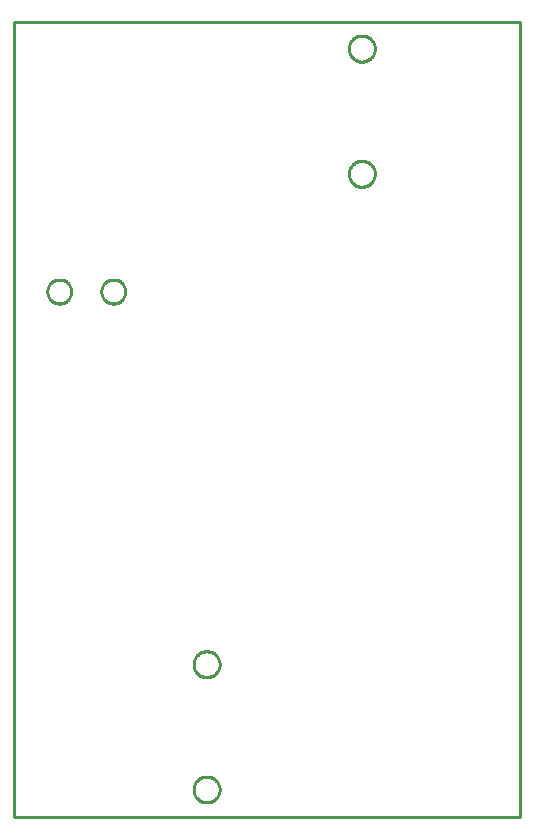
<source format=gbr>
G04 EAGLE Gerber RS-274X export*
G75*
%MOMM*%
%FSLAX34Y34*%
%LPD*%
%IN*%
%IPPOS*%
%AMOC8*
5,1,8,0,0,1.08239X$1,22.5*%
G01*
%ADD10C,0.254000*%


D10*
X0Y0D02*
X428500Y0D01*
X428500Y673000D01*
X0Y673000D01*
X0Y0D01*
X173900Y128468D02*
X173832Y127606D01*
X173697Y126752D01*
X173495Y125912D01*
X173228Y125090D01*
X172897Y124291D01*
X172505Y123521D01*
X172053Y122784D01*
X171545Y122085D01*
X170984Y121427D01*
X170373Y120816D01*
X169715Y120255D01*
X169016Y119747D01*
X168279Y119295D01*
X167509Y118903D01*
X166710Y118572D01*
X165888Y118305D01*
X165048Y118103D01*
X164194Y117968D01*
X163332Y117900D01*
X162468Y117900D01*
X161606Y117968D01*
X160752Y118103D01*
X159912Y118305D01*
X159090Y118572D01*
X158291Y118903D01*
X157521Y119295D01*
X156784Y119747D01*
X156085Y120255D01*
X155427Y120816D01*
X154816Y121427D01*
X154255Y122085D01*
X153747Y122784D01*
X153295Y123521D01*
X152903Y124291D01*
X152572Y125090D01*
X152305Y125912D01*
X152103Y126752D01*
X151968Y127606D01*
X151900Y128468D01*
X151900Y129332D01*
X151968Y130194D01*
X152103Y131048D01*
X152305Y131888D01*
X152572Y132710D01*
X152903Y133509D01*
X153295Y134279D01*
X153747Y135016D01*
X154255Y135715D01*
X154816Y136373D01*
X155427Y136984D01*
X156085Y137545D01*
X156784Y138053D01*
X157521Y138505D01*
X158291Y138897D01*
X159090Y139228D01*
X159912Y139495D01*
X160752Y139697D01*
X161606Y139832D01*
X162468Y139900D01*
X163332Y139900D01*
X164194Y139832D01*
X165048Y139697D01*
X165888Y139495D01*
X166710Y139228D01*
X167509Y138897D01*
X168279Y138505D01*
X169016Y138053D01*
X169715Y137545D01*
X170373Y136984D01*
X170984Y136373D01*
X171545Y135715D01*
X172053Y135016D01*
X172505Y134279D01*
X172897Y133509D01*
X173228Y132710D01*
X173495Y131888D01*
X173697Y131048D01*
X173832Y130194D01*
X173900Y129332D01*
X173900Y128468D01*
X173900Y22468D02*
X173832Y21606D01*
X173697Y20752D01*
X173495Y19912D01*
X173228Y19090D01*
X172897Y18291D01*
X172505Y17521D01*
X172053Y16784D01*
X171545Y16085D01*
X170984Y15427D01*
X170373Y14816D01*
X169715Y14255D01*
X169016Y13747D01*
X168279Y13295D01*
X167509Y12903D01*
X166710Y12572D01*
X165888Y12305D01*
X165048Y12103D01*
X164194Y11968D01*
X163332Y11900D01*
X162468Y11900D01*
X161606Y11968D01*
X160752Y12103D01*
X159912Y12305D01*
X159090Y12572D01*
X158291Y12903D01*
X157521Y13295D01*
X156784Y13747D01*
X156085Y14255D01*
X155427Y14816D01*
X154816Y15427D01*
X154255Y16085D01*
X153747Y16784D01*
X153295Y17521D01*
X152903Y18291D01*
X152572Y19090D01*
X152305Y19912D01*
X152103Y20752D01*
X151968Y21606D01*
X151900Y22468D01*
X151900Y23332D01*
X151968Y24194D01*
X152103Y25048D01*
X152305Y25888D01*
X152572Y26710D01*
X152903Y27509D01*
X153295Y28279D01*
X153747Y29016D01*
X154255Y29715D01*
X154816Y30373D01*
X155427Y30984D01*
X156085Y31545D01*
X156784Y32053D01*
X157521Y32505D01*
X158291Y32897D01*
X159090Y33228D01*
X159912Y33495D01*
X160752Y33697D01*
X161606Y33832D01*
X162468Y33900D01*
X163332Y33900D01*
X164194Y33832D01*
X165048Y33697D01*
X165888Y33495D01*
X166710Y33228D01*
X167509Y32897D01*
X168279Y32505D01*
X169016Y32053D01*
X169715Y31545D01*
X170373Y30984D01*
X170984Y30373D01*
X171545Y29715D01*
X172053Y29016D01*
X172505Y28279D01*
X172897Y27509D01*
X173228Y26710D01*
X173495Y25888D01*
X173697Y25048D01*
X173832Y24194D01*
X173900Y23332D01*
X173900Y22468D01*
X283300Y544632D02*
X283368Y545494D01*
X283503Y546348D01*
X283705Y547188D01*
X283972Y548010D01*
X284303Y548809D01*
X284695Y549579D01*
X285147Y550316D01*
X285655Y551015D01*
X286216Y551673D01*
X286827Y552284D01*
X287485Y552845D01*
X288184Y553353D01*
X288921Y553805D01*
X289691Y554197D01*
X290490Y554528D01*
X291312Y554795D01*
X292152Y554997D01*
X293006Y555132D01*
X293868Y555200D01*
X294732Y555200D01*
X295594Y555132D01*
X296448Y554997D01*
X297288Y554795D01*
X298110Y554528D01*
X298909Y554197D01*
X299679Y553805D01*
X300416Y553353D01*
X301115Y552845D01*
X301773Y552284D01*
X302384Y551673D01*
X302945Y551015D01*
X303453Y550316D01*
X303905Y549579D01*
X304297Y548809D01*
X304628Y548010D01*
X304895Y547188D01*
X305097Y546348D01*
X305232Y545494D01*
X305300Y544632D01*
X305300Y543768D01*
X305232Y542906D01*
X305097Y542052D01*
X304895Y541212D01*
X304628Y540390D01*
X304297Y539591D01*
X303905Y538821D01*
X303453Y538084D01*
X302945Y537385D01*
X302384Y536727D01*
X301773Y536116D01*
X301115Y535555D01*
X300416Y535047D01*
X299679Y534595D01*
X298909Y534203D01*
X298110Y533872D01*
X297288Y533605D01*
X296448Y533403D01*
X295594Y533268D01*
X294732Y533200D01*
X293868Y533200D01*
X293006Y533268D01*
X292152Y533403D01*
X291312Y533605D01*
X290490Y533872D01*
X289691Y534203D01*
X288921Y534595D01*
X288184Y535047D01*
X287485Y535555D01*
X286827Y536116D01*
X286216Y536727D01*
X285655Y537385D01*
X285147Y538084D01*
X284695Y538821D01*
X284303Y539591D01*
X283972Y540390D01*
X283705Y541212D01*
X283503Y542052D01*
X283368Y542906D01*
X283300Y543768D01*
X283300Y544632D01*
X283300Y650632D02*
X283368Y651494D01*
X283503Y652348D01*
X283705Y653188D01*
X283972Y654010D01*
X284303Y654809D01*
X284695Y655579D01*
X285147Y656316D01*
X285655Y657015D01*
X286216Y657673D01*
X286827Y658284D01*
X287485Y658845D01*
X288184Y659353D01*
X288921Y659805D01*
X289691Y660197D01*
X290490Y660528D01*
X291312Y660795D01*
X292152Y660997D01*
X293006Y661132D01*
X293868Y661200D01*
X294732Y661200D01*
X295594Y661132D01*
X296448Y660997D01*
X297288Y660795D01*
X298110Y660528D01*
X298909Y660197D01*
X299679Y659805D01*
X300416Y659353D01*
X301115Y658845D01*
X301773Y658284D01*
X302384Y657673D01*
X302945Y657015D01*
X303453Y656316D01*
X303905Y655579D01*
X304297Y654809D01*
X304628Y654010D01*
X304895Y653188D01*
X305097Y652348D01*
X305232Y651494D01*
X305300Y650632D01*
X305300Y649768D01*
X305232Y648906D01*
X305097Y648052D01*
X304895Y647212D01*
X304628Y646390D01*
X304297Y645591D01*
X303905Y644821D01*
X303453Y644084D01*
X302945Y643385D01*
X302384Y642727D01*
X301773Y642116D01*
X301115Y641555D01*
X300416Y641047D01*
X299679Y640595D01*
X298909Y640203D01*
X298110Y639872D01*
X297288Y639605D01*
X296448Y639403D01*
X295594Y639268D01*
X294732Y639200D01*
X293868Y639200D01*
X293006Y639268D01*
X292152Y639403D01*
X291312Y639605D01*
X290490Y639872D01*
X289691Y640203D01*
X288921Y640595D01*
X288184Y641047D01*
X287485Y641555D01*
X286827Y642116D01*
X286216Y642727D01*
X285655Y643385D01*
X285147Y644084D01*
X284695Y644821D01*
X284303Y645591D01*
X283972Y646390D01*
X283705Y647212D01*
X283503Y648052D01*
X283368Y648906D01*
X283300Y649768D01*
X283300Y650632D01*
X48260Y444056D02*
X48183Y443173D01*
X48029Y442299D01*
X47799Y441442D01*
X47496Y440608D01*
X47121Y439804D01*
X46677Y439036D01*
X46168Y438309D01*
X45598Y437629D01*
X44971Y437002D01*
X44291Y436432D01*
X43564Y435923D01*
X42796Y435479D01*
X41992Y435104D01*
X41158Y434801D01*
X40301Y434571D01*
X39427Y434417D01*
X38544Y434340D01*
X37656Y434340D01*
X36773Y434417D01*
X35899Y434571D01*
X35042Y434801D01*
X34208Y435104D01*
X33404Y435479D01*
X32636Y435923D01*
X31909Y436432D01*
X31229Y437002D01*
X30602Y437629D01*
X30032Y438309D01*
X29523Y439036D01*
X29079Y439804D01*
X28704Y440608D01*
X28401Y441442D01*
X28171Y442299D01*
X28017Y443173D01*
X27940Y444056D01*
X27940Y444944D01*
X28017Y445827D01*
X28171Y446701D01*
X28401Y447558D01*
X28704Y448392D01*
X29079Y449196D01*
X29523Y449964D01*
X30032Y450691D01*
X30602Y451371D01*
X31229Y451998D01*
X31909Y452568D01*
X32636Y453077D01*
X33404Y453521D01*
X34208Y453896D01*
X35042Y454199D01*
X35899Y454429D01*
X36773Y454583D01*
X37656Y454660D01*
X38544Y454660D01*
X39427Y454583D01*
X40301Y454429D01*
X41158Y454199D01*
X41992Y453896D01*
X42796Y453521D01*
X43564Y453077D01*
X44291Y452568D01*
X44971Y451998D01*
X45598Y451371D01*
X46168Y450691D01*
X46677Y449964D01*
X47121Y449196D01*
X47496Y448392D01*
X47799Y447558D01*
X48029Y446701D01*
X48183Y445827D01*
X48260Y444944D01*
X48260Y444056D01*
X93980Y444056D02*
X93903Y443173D01*
X93749Y442299D01*
X93519Y441442D01*
X93216Y440608D01*
X92841Y439804D01*
X92397Y439036D01*
X91888Y438309D01*
X91318Y437629D01*
X90691Y437002D01*
X90011Y436432D01*
X89284Y435923D01*
X88516Y435479D01*
X87712Y435104D01*
X86878Y434801D01*
X86021Y434571D01*
X85147Y434417D01*
X84264Y434340D01*
X83376Y434340D01*
X82493Y434417D01*
X81619Y434571D01*
X80762Y434801D01*
X79928Y435104D01*
X79124Y435479D01*
X78356Y435923D01*
X77629Y436432D01*
X76949Y437002D01*
X76322Y437629D01*
X75752Y438309D01*
X75243Y439036D01*
X74799Y439804D01*
X74424Y440608D01*
X74121Y441442D01*
X73891Y442299D01*
X73737Y443173D01*
X73660Y444056D01*
X73660Y444944D01*
X73737Y445827D01*
X73891Y446701D01*
X74121Y447558D01*
X74424Y448392D01*
X74799Y449196D01*
X75243Y449964D01*
X75752Y450691D01*
X76322Y451371D01*
X76949Y451998D01*
X77629Y452568D01*
X78356Y453077D01*
X79124Y453521D01*
X79928Y453896D01*
X80762Y454199D01*
X81619Y454429D01*
X82493Y454583D01*
X83376Y454660D01*
X84264Y454660D01*
X85147Y454583D01*
X86021Y454429D01*
X86878Y454199D01*
X87712Y453896D01*
X88516Y453521D01*
X89284Y453077D01*
X90011Y452568D01*
X90691Y451998D01*
X91318Y451371D01*
X91888Y450691D01*
X92397Y449964D01*
X92841Y449196D01*
X93216Y448392D01*
X93519Y447558D01*
X93749Y446701D01*
X93903Y445827D01*
X93980Y444944D01*
X93980Y444056D01*
M02*

</source>
